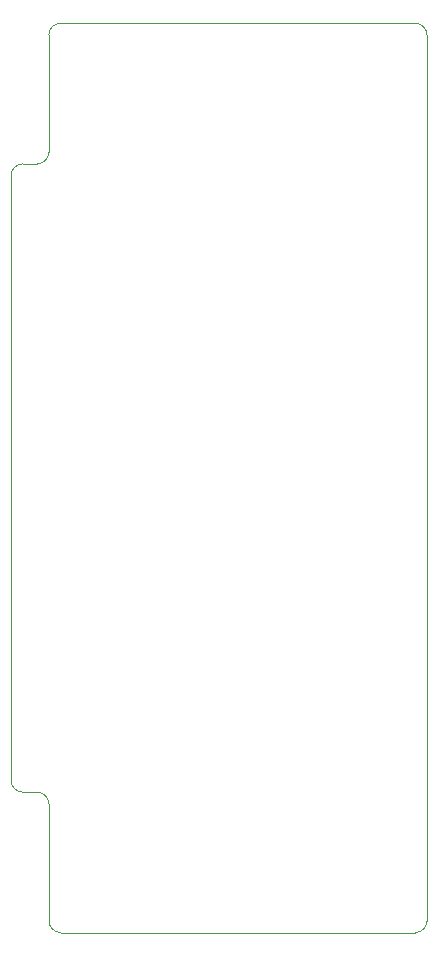
<source format=gbr>
%TF.GenerationSoftware,KiCad,Pcbnew,(6.0.11-0)*%
%TF.CreationDate,2023-07-12T13:16:53+12:00*%
%TF.ProjectId,controller-upper-cut,636f6e74-726f-46c6-9c65-722d75707065,3.2*%
%TF.SameCoordinates,PX206cc80PY68e7780*%
%TF.FileFunction,Profile,NP*%
%FSLAX46Y46*%
G04 Gerber Fmt 4.6, Leading zero omitted, Abs format (unit mm)*
G04 Created by KiCad (PCBNEW (6.0.11-0)) date 2023-07-12 13:16:53*
%MOMM*%
%LPD*%
G01*
G04 APERTURE LIST*
%TA.AperFunction,Profile*%
%ADD10C,0.100000*%
%TD*%
G04 APERTURE END LIST*
D10*
X16000000Y-16900000D02*
X16000000Y-7000000D01*
X16000000Y-72100000D02*
G75*
G03*
X15000000Y-71100000I-1000000J0D01*
G01*
X17000000Y-6000000D02*
G75*
G03*
X16000000Y-7000000I0J-1000000D01*
G01*
X48014216Y-81992896D02*
X48014216Y-7000000D01*
X47014216Y-82992916D02*
G75*
G03*
X48014216Y-81992896I-16J1000016D01*
G01*
X16000000Y-72100000D02*
X16014216Y-81992896D01*
X13800000Y-71100000D02*
X15000000Y-71100000D01*
X12800000Y-18900000D02*
X12800000Y-70100000D01*
X13800000Y-17900000D02*
G75*
G03*
X12800000Y-18900000I0J-1000000D01*
G01*
X16014204Y-81992896D02*
G75*
G03*
X17014216Y-82992896I999996J-4D01*
G01*
X48014200Y-7000000D02*
G75*
G03*
X47014216Y-6000000I-1000000J0D01*
G01*
X17014216Y-82992896D02*
X47014216Y-82992896D01*
X12800000Y-70100000D02*
G75*
G03*
X13800000Y-71100000I1000000J0D01*
G01*
X15000000Y-17900000D02*
G75*
G03*
X16000000Y-16900000I0J1000000D01*
G01*
X47014216Y-6000000D02*
X17000000Y-6000000D01*
X13800000Y-17900000D02*
X15000000Y-17900000D01*
M02*

</source>
